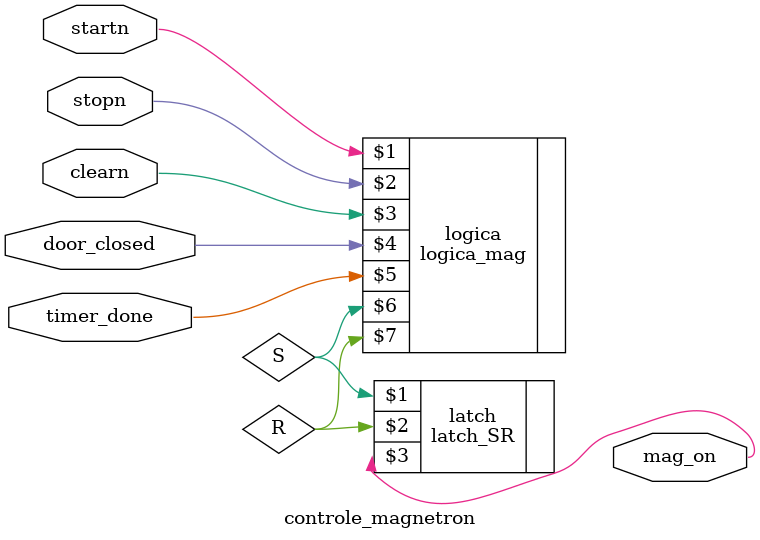
<source format=v>
module controle_magnetron (
    input wire startn , stopn , clearn, door_closed, timer_done, 
    output wire mag_on
); 
    wire R, S; // Fios internos que representam as entradas R e S do latch
    // Passando os inputs e outputs para o bloco lógico do magnetron
    logica_mag logica(startn, stopn, clearn, door_closed, timer_done, S, R);
    // Passando os inputs e outputs para o latch_SR
    latch_SR latch(S, R, mag_on);  
    
endmodule
</source>
